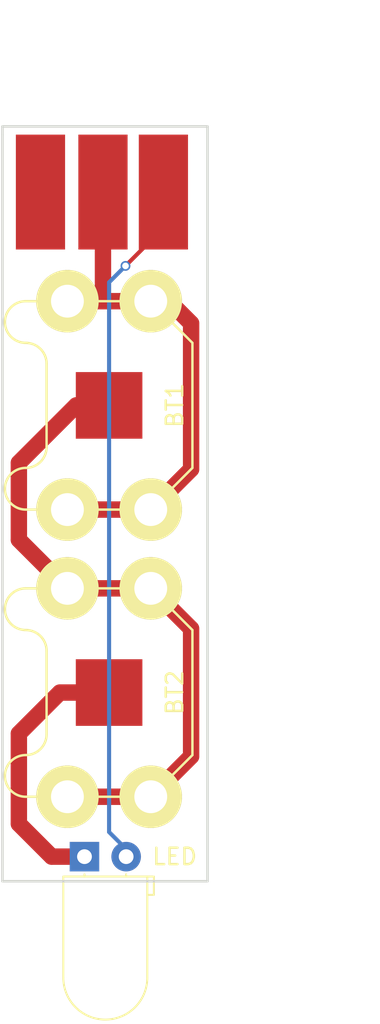
<source format=kicad_pcb>
(kicad_pcb (version 4) (host pcbnew 4.0.1-stable)

  (general
    (links 10)
    (no_connects 0)
    (area 143.424999 40.924999 156.075001 87.075001)
    (thickness 1)
    (drawings 7)
    (tracks 33)
    (zones 0)
    (modules 4)
    (nets 6)
  )

  (page A4)
  (layers
    (0 F.Cu signal)
    (31 B.Cu signal)
    (36 B.SilkS user)
    (37 F.SilkS user)
    (38 B.Mask user)
    (39 F.Mask user)
    (40 Dwgs.User user)
    (41 Cmts.User user)
    (43 Eco2.User user)
    (44 Edge.Cuts user)
  )

  (setup
    (last_trace_width 0.25)
    (user_trace_width 1)
    (trace_clearance 0.2)
    (zone_clearance 0.508)
    (zone_45_only no)
    (trace_min 0.2)
    (segment_width 0.2)
    (edge_width 0.15)
    (via_size 0.6)
    (via_drill 0.4)
    (via_min_size 0.4)
    (via_min_drill 0.3)
    (uvia_size 0.3)
    (uvia_drill 0.1)
    (uvias_allowed no)
    (uvia_min_size 0.2)
    (uvia_min_drill 0.1)
    (pcb_text_width 0.3)
    (pcb_text_size 1.5 1.5)
    (mod_edge_width 0.15)
    (mod_text_size 1 1)
    (mod_text_width 0.15)
    (pad_size 1.524 1.524)
    (pad_drill 0.762)
    (pad_to_mask_clearance 0.2)
    (aux_axis_origin 0 0)
    (visible_elements 7FFFFFFF)
    (pcbplotparams
      (layerselection 0x010f0_80000001)
      (usegerberextensions false)
      (excludeedgelayer true)
      (linewidth 0.100000)
      (plotframeref false)
      (viasonmask false)
      (mode 1)
      (useauxorigin false)
      (hpglpennumber 1)
      (hpglpenspeed 20)
      (hpglpendiameter 15)
      (hpglpenoverlay 2)
      (psnegative false)
      (psa4output false)
      (plotreference true)
      (plotvalue true)
      (plotinvisibletext false)
      (padsonsilk false)
      (subtractmaskfromsilk false)
      (outputformat 1)
      (mirror false)
      (drillshape 0)
      (scaleselection 1)
      (outputdirectory bin/))
  )

  (net 0 "")
  (net 1 "Net-(BT1-Pad1)")
  (net 2 "Net-(BT1-Pad2)")
  (net 3 "Net-(BT2-Pad2)")
  (net 4 "Net-(D1-Pad2)")
  (net 5 "Net-(SW1-Pad3)")

  (net_class Default "これは標準のネット クラスです。"
    (clearance 0.2)
    (trace_width 0.25)
    (via_dia 0.6)
    (via_drill 0.4)
    (uvia_dia 0.3)
    (uvia_drill 0.1)
    (add_net "Net-(BT1-Pad1)")
    (add_net "Net-(BT1-Pad2)")
    (add_net "Net-(BT2-Pad2)")
    (add_net "Net-(D1-Pad2)")
    (add_net "Net-(SW1-Pad3)")
  )

  (module Denken:LR44 (layer F.Cu) (tedit 59F842E4) (tstamp 59F30FAA)
    (at 150 58 90)
    (path /59F2D507)
    (fp_text reference BT1 (at 0 4 90) (layer F.SilkS)
      (effects (font (size 1 1) (thickness 0.15)))
    )
    (fp_text value Battery_Cell (at 0 7.62 90) (layer F.Fab)
      (effects (font (size 1 1) (thickness 0.15)))
    )
    (fp_line (start -6.35 -3.81) (end -6.35 -5.08) (layer F.SilkS) (width 0.15))
    (fp_line (start 2.54 -3.81) (end -2.54 -3.81) (layer F.SilkS) (width 0.15))
    (fp_arc (start -2.54 -5.08) (end -2.54 -3.81) (angle 90) (layer F.SilkS) (width 0.15))
    (fp_arc (start -5.08 -5.08) (end -5.08 -6.35) (angle 90) (layer F.SilkS) (width 0.15))
    (fp_arc (start -5.08 -5.08) (end -6.35 -5.08) (angle 90) (layer F.SilkS) (width 0.15))
    (fp_arc (start 2.54 -5.08) (end 3.81 -5.08) (angle 90) (layer F.SilkS) (width 0.15))
    (fp_arc (start 5.08 -5.08) (end 3.81 -5.08) (angle 90) (layer F.SilkS) (width 0.15))
    (fp_arc (start 5.08 -5.08) (end 5.08 -6.35) (angle 90) (layer F.SilkS) (width 0.15))
    (fp_line (start 6.35 -3.81) (end 6.35 -5.08) (layer F.SilkS) (width 0.15))
    (fp_line (start 6.35 -3.81) (end 6.35 -2.54) (layer F.SilkS) (width 0.15))
    (fp_line (start -6.35 -3.81) (end -6.35 -2.54) (layer F.SilkS) (width 0.15))
    (fp_line (start -3.81 5.08) (end 3.81 5.08) (layer F.SilkS) (width 0.15))
    (fp_line (start 3.81 5.08) (end 6.35 2.54) (layer F.SilkS) (width 0.15))
    (fp_line (start 6.35 2.54) (end 6.35 -2.54) (layer F.SilkS) (width 0.15))
    (fp_line (start -3.81 5.08) (end -6.35 2.54) (layer F.SilkS) (width 0.15))
    (fp_line (start -6.35 2.54) (end -6.35 -2.54) (layer F.SilkS) (width 0.15))
    (pad 1 thru_hole circle (at -6.35 2.54 90) (size 3.81 3.81) (drill 2) (layers *.Cu *.Mask F.SilkS)
      (net 1 "Net-(BT1-Pad1)"))
    (pad 1 thru_hole circle (at -6.35 -2.54 90) (size 3.81 3.81) (drill 2) (layers *.Cu *.Mask F.SilkS)
      (net 1 "Net-(BT1-Pad1)"))
    (pad 1 thru_hole circle (at 6.35 -2.54 90) (size 3.81 3.81) (drill 2) (layers *.Cu *.Mask F.SilkS)
      (net 1 "Net-(BT1-Pad1)"))
    (pad 1 thru_hole circle (at 6.35 2.54 90) (size 3.81 3.81) (drill 2) (layers *.Cu *.Mask F.SilkS)
      (net 1 "Net-(BT1-Pad1)"))
    (pad 2 smd rect (at 0 0 90) (size 4.06 4.06) (layers F.Cu F.Mask)
      (net 2 "Net-(BT1-Pad2)"))
  )

  (module Denken:LR44 (layer F.Cu) (tedit 59F842E7) (tstamp 59F30FC3)
    (at 150 75.5 90)
    (path /59F2D530)
    (fp_text reference BT2 (at 0 4 90) (layer F.SilkS)
      (effects (font (size 1 1) (thickness 0.15)))
    )
    (fp_text value Battery_Cell (at 0 7.62 90) (layer F.Fab)
      (effects (font (size 1 1) (thickness 0.15)))
    )
    (fp_line (start -6.35 -3.81) (end -6.35 -5.08) (layer F.SilkS) (width 0.15))
    (fp_line (start 2.54 -3.81) (end -2.54 -3.81) (layer F.SilkS) (width 0.15))
    (fp_arc (start -2.54 -5.08) (end -2.54 -3.81) (angle 90) (layer F.SilkS) (width 0.15))
    (fp_arc (start -5.08 -5.08) (end -5.08 -6.35) (angle 90) (layer F.SilkS) (width 0.15))
    (fp_arc (start -5.08 -5.08) (end -6.35 -5.08) (angle 90) (layer F.SilkS) (width 0.15))
    (fp_arc (start 2.54 -5.08) (end 3.81 -5.08) (angle 90) (layer F.SilkS) (width 0.15))
    (fp_arc (start 5.08 -5.08) (end 3.81 -5.08) (angle 90) (layer F.SilkS) (width 0.15))
    (fp_arc (start 5.08 -5.08) (end 5.08 -6.35) (angle 90) (layer F.SilkS) (width 0.15))
    (fp_line (start 6.35 -3.81) (end 6.35 -5.08) (layer F.SilkS) (width 0.15))
    (fp_line (start 6.35 -3.81) (end 6.35 -2.54) (layer F.SilkS) (width 0.15))
    (fp_line (start -6.35 -3.81) (end -6.35 -2.54) (layer F.SilkS) (width 0.15))
    (fp_line (start -3.81 5.08) (end 3.81 5.08) (layer F.SilkS) (width 0.15))
    (fp_line (start 3.81 5.08) (end 6.35 2.54) (layer F.SilkS) (width 0.15))
    (fp_line (start 6.35 2.54) (end 6.35 -2.54) (layer F.SilkS) (width 0.15))
    (fp_line (start -3.81 5.08) (end -6.35 2.54) (layer F.SilkS) (width 0.15))
    (fp_line (start -6.35 2.54) (end -6.35 -2.54) (layer F.SilkS) (width 0.15))
    (pad 1 thru_hole circle (at -6.35 2.54 90) (size 3.81 3.81) (drill 2) (layers *.Cu *.Mask F.SilkS)
      (net 2 "Net-(BT1-Pad2)"))
    (pad 1 thru_hole circle (at -6.35 -2.54 90) (size 3.81 3.81) (drill 2) (layers *.Cu *.Mask F.SilkS)
      (net 2 "Net-(BT1-Pad2)"))
    (pad 1 thru_hole circle (at 6.35 -2.54 90) (size 3.81 3.81) (drill 2) (layers *.Cu *.Mask F.SilkS)
      (net 2 "Net-(BT1-Pad2)"))
    (pad 1 thru_hole circle (at 6.35 2.54 90) (size 3.81 3.81) (drill 2) (layers *.Cu *.Mask F.SilkS)
      (net 2 "Net-(BT1-Pad2)"))
    (pad 2 smd rect (at 0 0 90) (size 4.06 4.06) (layers F.Cu F.Mask)
      (net 3 "Net-(BT2-Pad2)"))
  )

  (module LEDs:LED_D5.0mm_Horizontal_O1.27mm_Z3.0mm (layer F.Cu) (tedit 59F84312) (tstamp 59F30FED)
    (at 148.5 85.5)
    (descr "LED, diameter 5.0mm z-position of LED center 3.0mm, 2 pins")
    (tags "LED diameter 5.0mm z-position of LED center 3.0mm 2 pins")
    (path /59F2D56F)
    (fp_text reference LED (at 5.5 0) (layer F.SilkS)
      (effects (font (size 1 1) (thickness 0.15)))
    )
    (fp_text value LED (at 1.27 10.93) (layer F.Fab)
      (effects (font (size 1 1) (thickness 0.15)))
    )
    (fp_arc (start 1.27 7.37) (end -1.23 7.37) (angle -180) (layer F.Fab) (width 0.1))
    (fp_arc (start 1.27 7.37) (end -1.29 7.37) (angle -180) (layer F.SilkS) (width 0.12))
    (fp_line (start -1.23 1.27) (end -1.23 7.37) (layer F.Fab) (width 0.1))
    (fp_line (start 3.77 1.27) (end 3.77 7.37) (layer F.Fab) (width 0.1))
    (fp_line (start -1.23 1.27) (end 3.77 1.27) (layer F.Fab) (width 0.1))
    (fp_line (start 4.17 1.27) (end 4.17 2.27) (layer F.Fab) (width 0.1))
    (fp_line (start 4.17 2.27) (end 3.77 2.27) (layer F.Fab) (width 0.1))
    (fp_line (start 3.77 2.27) (end 3.77 1.27) (layer F.Fab) (width 0.1))
    (fp_line (start 3.77 1.27) (end 4.17 1.27) (layer F.Fab) (width 0.1))
    (fp_line (start 0 0) (end 0 1.27) (layer F.Fab) (width 0.1))
    (fp_line (start 0 1.27) (end 0 1.27) (layer F.Fab) (width 0.1))
    (fp_line (start 0 1.27) (end 0 0) (layer F.Fab) (width 0.1))
    (fp_line (start 0 0) (end 0 0) (layer F.Fab) (width 0.1))
    (fp_line (start 2.54 0) (end 2.54 1.27) (layer F.Fab) (width 0.1))
    (fp_line (start 2.54 1.27) (end 2.54 1.27) (layer F.Fab) (width 0.1))
    (fp_line (start 2.54 1.27) (end 2.54 0) (layer F.Fab) (width 0.1))
    (fp_line (start 2.54 0) (end 2.54 0) (layer F.Fab) (width 0.1))
    (fp_line (start -1.29 1.21) (end -1.29 7.37) (layer F.SilkS) (width 0.12))
    (fp_line (start 3.83 1.21) (end 3.83 7.37) (layer F.SilkS) (width 0.12))
    (fp_line (start -1.29 1.21) (end 3.83 1.21) (layer F.SilkS) (width 0.12))
    (fp_line (start 4.23 1.21) (end 4.23 2.33) (layer F.SilkS) (width 0.12))
    (fp_line (start 4.23 2.33) (end 3.83 2.33) (layer F.SilkS) (width 0.12))
    (fp_line (start 3.83 2.33) (end 3.83 1.21) (layer F.SilkS) (width 0.12))
    (fp_line (start 3.83 1.21) (end 4.23 1.21) (layer F.SilkS) (width 0.12))
    (fp_line (start 0 1.08) (end 0 1.21) (layer F.SilkS) (width 0.12))
    (fp_line (start 0 1.21) (end 0 1.21) (layer F.SilkS) (width 0.12))
    (fp_line (start 0 1.21) (end 0 1.08) (layer F.SilkS) (width 0.12))
    (fp_line (start 0 1.08) (end 0 1.08) (layer F.SilkS) (width 0.12))
    (fp_line (start 2.54 1.08) (end 2.54 1.21) (layer F.SilkS) (width 0.12))
    (fp_line (start 2.54 1.21) (end 2.54 1.21) (layer F.SilkS) (width 0.12))
    (fp_line (start 2.54 1.21) (end 2.54 1.08) (layer F.SilkS) (width 0.12))
    (fp_line (start 2.54 1.08) (end 2.54 1.08) (layer F.SilkS) (width 0.12))
    (fp_line (start -1.95 -1.25) (end -1.95 10.2) (layer F.CrtYd) (width 0.05))
    (fp_line (start -1.95 10.2) (end 4.5 10.2) (layer F.CrtYd) (width 0.05))
    (fp_line (start 4.5 10.2) (end 4.5 -1.25) (layer F.CrtYd) (width 0.05))
    (fp_line (start 4.5 -1.25) (end -1.95 -1.25) (layer F.CrtYd) (width 0.05))
    (pad 1 thru_hole rect (at 0 0) (size 1.8 1.8) (drill 0.9) (layers *.Cu *.Mask)
      (net 3 "Net-(BT2-Pad2)"))
    (pad 2 thru_hole circle (at 2.54 0) (size 1.8 1.8) (drill 0.9) (layers *.Cu *.Mask)
      (net 4 "Net-(D1-Pad2)"))
    (model ${KISYS3DMOD}/LEDs.3dshapes/LED_D5.0mm_Horizontal_O1.27mm_Z3.0mm.wrl
      (at (xyz 0 0 0))
      (scale (xyz 0.393701 0.393701 0.393701))
      (rotate (xyz 0 0 0))
    )
  )

  (module Denken:SW_holizontal (layer F.Cu) (tedit 59F844EC) (tstamp 59F30FF4)
    (at 149.5 45 180)
    (path /59F2D5B2)
    (fp_text reference SW1 (at 0 5.08 180) (layer F.SilkS) hide
      (effects (font (size 1 1) (thickness 0.15)))
    )
    (fp_text value SWITCH_INV (at 0 3.556 180) (layer F.Fab)
      (effects (font (size 1 1) (thickness 0.15)))
    )
    (pad 1 smd rect (at -3.81 0 180) (size 3 7) (layers F.Cu F.Mask)
      (net 4 "Net-(D1-Pad2)"))
    (pad 2 smd rect (at -0.127 0 180) (size 3 7) (layers F.Cu F.Mask)
      (net 1 "Net-(BT1-Pad1)"))
    (pad 3 smd rect (at 3.683 0 180) (size 3 7) (layers F.Cu F.Mask)
      (net 5 "Net-(SW1-Pad3)"))
  )

  (dimension 12.5 (width 0.3) (layer Dwgs.User)
    (gr_text "12.500 mm" (at 149.75 35.15) (layer Dwgs.User)
      (effects (font (size 1.5 1.5) (thickness 0.3)))
    )
    (feature1 (pts (xy 143.5 41) (xy 143.5 33.8)))
    (feature2 (pts (xy 156 41) (xy 156 33.8)))
    (crossbar (pts (xy 156 36.5) (xy 143.5 36.5)))
    (arrow1a (pts (xy 143.5 36.5) (xy 144.626504 35.913579)))
    (arrow1b (pts (xy 143.5 36.5) (xy 144.626504 37.086421)))
    (arrow2a (pts (xy 156 36.5) (xy 154.873496 35.913579)))
    (arrow2b (pts (xy 156 36.5) (xy 154.873496 37.086421)))
  )
  (dimension 46 (width 0.3) (layer Dwgs.User)
    (gr_text "46.000 mm" (at 163.85 64 90) (layer Dwgs.User)
      (effects (font (size 1.5 1.5) (thickness 0.3)))
    )
    (feature1 (pts (xy 156 41) (xy 165.2 41)))
    (feature2 (pts (xy 156 87) (xy 165.2 87)))
    (crossbar (pts (xy 162.5 87) (xy 162.5 41)))
    (arrow1a (pts (xy 162.5 41) (xy 163.086421 42.126504)))
    (arrow1b (pts (xy 162.5 41) (xy 161.913579 42.126504)))
    (arrow2a (pts (xy 162.5 87) (xy 163.086421 85.873496)))
    (arrow2b (pts (xy 162.5 87) (xy 161.913579 85.873496)))
  )
  (gr_line (start 143.5 41) (end 143.5 41.5) (angle 90) (layer Edge.Cuts) (width 0.15))
  (gr_line (start 156 41) (end 143.5 41) (angle 90) (layer Edge.Cuts) (width 0.15))
  (gr_line (start 156 87) (end 156 41) (angle 90) (layer Edge.Cuts) (width 0.15))
  (gr_line (start 143.5 87) (end 156 87) (angle 90) (layer Edge.Cuts) (width 0.15))
  (gr_line (start 143.5 41.5) (end 143.5 87) (angle 90) (layer Edge.Cuts) (width 0.15))

  (segment (start 147.46 64.35) (end 152.54 64.35) (width 1) (layer F.Cu) (net 1))
  (segment (start 152.54 64.35) (end 155 61.89) (width 1) (layer F.Cu) (net 1) (tstamp 59F312BC))
  (segment (start 155 61.89) (end 155 53) (width 1) (layer F.Cu) (net 1) (tstamp 59F312BD))
  (segment (start 155 53) (end 153.65 51.65) (width 1) (layer F.Cu) (net 1) (tstamp 59F312BE))
  (segment (start 153.65 51.65) (end 152.54 51.65) (width 1) (layer F.Cu) (net 1) (tstamp 59F312BF))
  (segment (start 149.627 45) (end 149.627 51.65) (width 1) (layer F.Cu) (net 1))
  (segment (start 149.5 51.5) (end 149.5 51.65) (width 1) (layer F.Cu) (net 1) (tstamp 59F312B9))
  (segment (start 149.5 51.523) (end 149.5 51.5) (width 1) (layer F.Cu) (net 1) (tstamp 59F312B7))
  (segment (start 149.627 51.65) (end 149.5 51.523) (width 1) (layer F.Cu) (net 1) (tstamp 59F312B6))
  (segment (start 152.54 51.65) (end 149.5 51.65) (width 1) (layer F.Cu) (net 1))
  (segment (start 149.5 51.65) (end 147.46 51.65) (width 1) (layer F.Cu) (net 1) (tstamp 59F312BA))
  (segment (start 152.54 69.15) (end 147.46 69.15) (width 1) (layer F.Cu) (net 2))
  (segment (start 147.46 81.85) (end 152.54 81.85) (width 1) (layer F.Cu) (net 2))
  (segment (start 152.54 81.85) (end 155 79.39) (width 1) (layer F.Cu) (net 2) (tstamp 59F312CD))
  (segment (start 155 79.39) (end 155 71.61) (width 1) (layer F.Cu) (net 2) (tstamp 59F312CE))
  (segment (start 155 71.61) (end 152.54 69.15) (width 1) (layer F.Cu) (net 2) (tstamp 59F312CF))
  (segment (start 150 58) (end 148 58) (width 1) (layer F.Cu) (net 2))
  (segment (start 148 58) (end 144.5 61.5) (width 1) (layer F.Cu) (net 2) (tstamp 59F312C2))
  (segment (start 144.5 66.19) (end 147.46 69.15) (width 1) (layer F.Cu) (net 2) (tstamp 59F312C4))
  (segment (start 144.5 61.5) (end 144.5 66.19) (width 1) (layer F.Cu) (net 2) (tstamp 59F312C3))
  (segment (start 148.5 85.5) (end 146.5 85.5) (width 1) (layer F.Cu) (net 3))
  (segment (start 147 75.5) (end 150 75.5) (width 1) (layer F.Cu) (net 3) (tstamp 59F312CA))
  (segment (start 144.5 78) (end 147 75.5) (width 1) (layer F.Cu) (net 3) (tstamp 59F312C9))
  (segment (start 144.5 83.5) (end 144.5 78) (width 1) (layer F.Cu) (net 3) (tstamp 59F312C8))
  (segment (start 146.5 85.5) (end 144.5 83.5) (width 1) (layer F.Cu) (net 3) (tstamp 59F312C7))
  (segment (start 153.31 45) (end 153.31 47.19) (width 0.25) (layer F.Cu) (net 4))
  (segment (start 153.31 47.19) (end 151 49.5) (width 0.25) (layer F.Cu) (net 4) (tstamp 59F312DF))
  (via (at 151 49.5) (size 0.6) (drill 0.4) (layers F.Cu B.Cu) (net 4))
  (segment (start 151 49.5) (end 150 50.5) (width 0.25) (layer B.Cu) (net 4) (tstamp 59F312E4))
  (segment (start 150 50.5) (end 150 55) (width 0.25) (layer B.Cu) (net 4) (tstamp 59F312E5))
  (segment (start 150 55) (end 150 84) (width 0.25) (layer B.Cu) (net 4) (tstamp 59F312E6))
  (segment (start 150 84) (end 151.04 85.04) (width 0.25) (layer B.Cu) (net 4) (tstamp 59F312E7))
  (segment (start 151.04 85.04) (end 151.04 85.5) (width 0.25) (layer B.Cu) (net 4) (tstamp 59F312E8))

)

</source>
